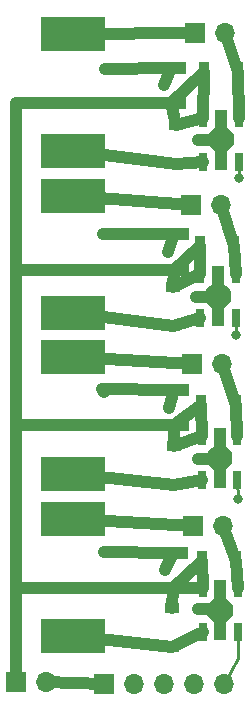
<source format=gbr>
%TF.GenerationSoftware,KiCad,Pcbnew,(5.1.6)-1*%
%TF.CreationDate,2020-08-18T19:37:20-07:00*%
%TF.ProjectId,RGBW Driver,52474257-2044-4726-9976-65722e6b6963,rev?*%
%TF.SameCoordinates,Original*%
%TF.FileFunction,Copper,L1,Top*%
%TF.FilePolarity,Positive*%
%FSLAX46Y46*%
G04 Gerber Fmt 4.6, Leading zero omitted, Abs format (unit mm)*
G04 Created by KiCad (PCBNEW (5.1.6)-1) date 2020-08-18 19:37:20*
%MOMM*%
%LPD*%
G01*
G04 APERTURE LIST*
%TA.AperFunction,EtchedComponent*%
%ADD10C,0.127000*%
%TD*%
%TA.AperFunction,SMDPad,CuDef*%
%ADD11R,2.500000X1.000000*%
%TD*%
%TA.AperFunction,SMDPad,CuDef*%
%ADD12R,1.200000X0.900000*%
%TD*%
%TA.AperFunction,ComponentPad*%
%ADD13O,1.700000X1.700000*%
%TD*%
%TA.AperFunction,ComponentPad*%
%ADD14R,1.700000X1.700000*%
%TD*%
%TA.AperFunction,SMDPad,CuDef*%
%ADD15R,5.400000X2.900000*%
%TD*%
%TA.AperFunction,SMDPad,CuDef*%
%ADD16R,0.900000X1.700000*%
%TD*%
%TA.AperFunction,SMDPad,CuDef*%
%ADD17R,0.700000X1.500000*%
%TD*%
%TA.AperFunction,SMDPad,CuDef*%
%ADD18R,1.000000X5.200000*%
%TD*%
%TA.AperFunction,ViaPad*%
%ADD19C,0.800000*%
%TD*%
%TA.AperFunction,Conductor*%
%ADD20C,1.000000*%
%TD*%
%TA.AperFunction,Conductor*%
%ADD21C,0.250000*%
%TD*%
G04 APERTURE END LIST*
D10*
%TO.C,U1*%
G36*
X89710000Y-31580000D02*
G01*
X89710000Y-32380000D01*
X90710000Y-33380000D01*
X91710000Y-32380000D01*
X91710000Y-31580000D01*
X90710000Y-30580000D01*
X89710000Y-31580000D01*
G37*
X89710000Y-31580000D02*
X89710000Y-32380000D01*
X90710000Y-33380000D01*
X91710000Y-32380000D01*
X91710000Y-31580000D01*
X90710000Y-30580000D01*
X89710000Y-31580000D01*
%TO.C,U2*%
G36*
X89480000Y-44820000D02*
G01*
X89480000Y-45620000D01*
X90480000Y-46620000D01*
X91480000Y-45620000D01*
X91480000Y-44820000D01*
X90480000Y-43820000D01*
X89480000Y-44820000D01*
G37*
X89480000Y-44820000D02*
X89480000Y-45620000D01*
X90480000Y-46620000D01*
X91480000Y-45620000D01*
X91480000Y-44820000D01*
X90480000Y-43820000D01*
X89480000Y-44820000D01*
%TO.C,U3*%
G36*
X89610000Y-58550000D02*
G01*
X89610000Y-59350000D01*
X90610000Y-60350000D01*
X91610000Y-59350000D01*
X91610000Y-58550000D01*
X90610000Y-57550000D01*
X89610000Y-58550000D01*
G37*
X89610000Y-58550000D02*
X89610000Y-59350000D01*
X90610000Y-60350000D01*
X91610000Y-59350000D01*
X91610000Y-58550000D01*
X90610000Y-57550000D01*
X89610000Y-58550000D01*
%TO.C,U4*%
G36*
X89660000Y-71430000D02*
G01*
X89660000Y-72230000D01*
X90660000Y-73230000D01*
X91660000Y-72230000D01*
X91660000Y-71430000D01*
X90660000Y-70430000D01*
X89660000Y-71430000D01*
G37*
X89660000Y-71430000D02*
X89660000Y-72230000D01*
X90660000Y-73230000D01*
X91660000Y-72230000D01*
X91660000Y-71430000D01*
X90660000Y-70430000D01*
X89660000Y-71430000D01*
%TD*%
D11*
%TO.P,C1,2*%
%TO.N,/Gnd*%
X86460000Y-25890000D03*
%TO.P,C1,1*%
%TO.N,/Vin*%
X86460000Y-28890000D03*
%TD*%
D12*
%TO.P,D1,2*%
%TO.N,/SW1*%
X86930000Y-34060000D03*
%TO.P,D1,1*%
%TO.N,/Vin*%
X86930000Y-30760000D03*
%TD*%
D13*
%TO.P,J5,2*%
%TO.N,/Gnd*%
X75910000Y-77920000D03*
D14*
%TO.P,J5,1*%
%TO.N,/Vin*%
X73370000Y-77920000D03*
%TD*%
D13*
%TO.P,J1,2*%
%TO.N,/LED1+*%
X91100000Y-22910000D03*
D14*
%TO.P,J1,1*%
%TO.N,/LED1-*%
X88560000Y-22910000D03*
%TD*%
D15*
%TO.P,L1,2*%
%TO.N,/SW1*%
X78160000Y-32960000D03*
%TO.P,L1,1*%
%TO.N,/LED1-*%
X78160000Y-23060000D03*
%TD*%
D16*
%TO.P,R1,2*%
%TO.N,/LED1+*%
X92200000Y-26260000D03*
%TO.P,R1,1*%
%TO.N,/Vin*%
X89300000Y-26260000D03*
%TD*%
D17*
%TO.P,U1,1*%
%TO.N,/SW1*%
X89210000Y-33830000D03*
%TO.P,U1,3*%
%TO.N,/Dim1*%
X92210000Y-33830000D03*
%TO.P,U1,5*%
%TO.N,/Vin*%
X89210000Y-30130000D03*
%TO.P,U1,4*%
%TO.N,/LED1+*%
X92210000Y-30130000D03*
D18*
%TO.P,U1,2*%
%TO.N,/Gnd*%
X90710000Y-31980000D03*
%TD*%
D11*
%TO.P,C2,2*%
%TO.N,/Gnd*%
X86720000Y-40000000D03*
%TO.P,C2,1*%
%TO.N,/Vin*%
X86720000Y-43000000D03*
%TD*%
%TO.P,C3,2*%
%TO.N,/Gnd*%
X86720000Y-53160000D03*
%TO.P,C3,1*%
%TO.N,/Vin*%
X86720000Y-56160000D03*
%TD*%
%TO.P,C4,1*%
%TO.N,/Vin*%
X86640000Y-69970000D03*
%TO.P,C4,2*%
%TO.N,/Gnd*%
X86640000Y-66970000D03*
%TD*%
D12*
%TO.P,D2,2*%
%TO.N,/SW2*%
X86640000Y-47740000D03*
%TO.P,D2,1*%
%TO.N,/Vin*%
X86640000Y-44440000D03*
%TD*%
%TO.P,D3,1*%
%TO.N,/Vin*%
X86720000Y-57950000D03*
%TO.P,D3,2*%
%TO.N,/SW3*%
X86720000Y-61250000D03*
%TD*%
%TO.P,D4,2*%
%TO.N,/SW4*%
X86570000Y-74930000D03*
%TO.P,D4,1*%
%TO.N,/Vin*%
X86570000Y-71630000D03*
%TD*%
D13*
%TO.P,J2,2*%
%TO.N,/LED2+*%
X90750000Y-37520000D03*
D14*
%TO.P,J2,1*%
%TO.N,/LED2-*%
X88210000Y-37520000D03*
%TD*%
D13*
%TO.P,J3,2*%
%TO.N,/LED3+*%
X90820000Y-50960000D03*
D14*
%TO.P,J3,1*%
%TO.N,/LED3-*%
X88280000Y-50960000D03*
%TD*%
%TO.P,J4,1*%
%TO.N,/LED4-*%
X88360000Y-64700000D03*
D13*
%TO.P,J4,2*%
%TO.N,/LED4+*%
X90900000Y-64700000D03*
%TD*%
%TO.P,J6,5*%
%TO.N,/Dim4*%
X90950000Y-78070000D03*
%TO.P,J6,4*%
%TO.N,/Dim3*%
X88410000Y-78070000D03*
%TO.P,J6,3*%
%TO.N,/Dim2*%
X85870000Y-78070000D03*
%TO.P,J6,2*%
%TO.N,/Dim1*%
X83330000Y-78070000D03*
D14*
%TO.P,J6,1*%
%TO.N,/Gnd*%
X80790000Y-78070000D03*
%TD*%
D15*
%TO.P,L2,1*%
%TO.N,/LED2-*%
X78170000Y-36740000D03*
%TO.P,L2,2*%
%TO.N,/SW2*%
X78170000Y-46640000D03*
%TD*%
%TO.P,L3,2*%
%TO.N,/SW3*%
X78170000Y-60310000D03*
%TO.P,L3,1*%
%TO.N,/LED3-*%
X78170000Y-50410000D03*
%TD*%
%TO.P,L4,2*%
%TO.N,/SW4*%
X78170000Y-73990000D03*
%TO.P,L4,1*%
%TO.N,/LED4-*%
X78170000Y-64090000D03*
%TD*%
D16*
%TO.P,R2,2*%
%TO.N,/LED2+*%
X91820000Y-40980000D03*
%TO.P,R2,1*%
%TO.N,/Vin*%
X88920000Y-40980000D03*
%TD*%
%TO.P,R3,1*%
%TO.N,/Vin*%
X89070000Y-54410000D03*
%TO.P,R3,2*%
%TO.N,/LED3+*%
X91970000Y-54410000D03*
%TD*%
%TO.P,R4,2*%
%TO.N,/LED4+*%
X91990000Y-67690000D03*
%TO.P,R4,1*%
%TO.N,/Vin*%
X89090000Y-67690000D03*
%TD*%
D17*
%TO.P,U2,1*%
%TO.N,/SW2*%
X88980000Y-47070000D03*
%TO.P,U2,3*%
%TO.N,/Dim2*%
X91980000Y-47070000D03*
%TO.P,U2,5*%
%TO.N,/Vin*%
X88980000Y-43370000D03*
%TO.P,U2,4*%
%TO.N,/LED2+*%
X91980000Y-43370000D03*
D18*
%TO.P,U2,2*%
%TO.N,/Gnd*%
X90480000Y-45220000D03*
%TD*%
D17*
%TO.P,U3,1*%
%TO.N,/SW3*%
X89110000Y-60800000D03*
%TO.P,U3,3*%
%TO.N,/Dim3*%
X92110000Y-60800000D03*
%TO.P,U3,5*%
%TO.N,/Vin*%
X89110000Y-57100000D03*
%TO.P,U3,4*%
%TO.N,/LED3+*%
X92110000Y-57100000D03*
D18*
%TO.P,U3,2*%
%TO.N,/Gnd*%
X90610000Y-58950000D03*
%TD*%
%TO.P,U4,2*%
%TO.N,/Gnd*%
X90660000Y-71830000D03*
D17*
%TO.P,U4,4*%
%TO.N,/LED4+*%
X92160000Y-69980000D03*
%TO.P,U4,5*%
%TO.N,/Vin*%
X89160000Y-69980000D03*
%TO.P,U4,3*%
%TO.N,/Dim4*%
X92160000Y-73680000D03*
%TO.P,U4,1*%
%TO.N,/SW4*%
X89160000Y-73680000D03*
%TD*%
D19*
%TO.N,/Gnd*%
X80890000Y-25970000D03*
X80841099Y-39978901D03*
X80823170Y-53343170D03*
X80804950Y-66925050D03*
X86010000Y-68400000D03*
X88740000Y-71750000D03*
X86350000Y-54670000D03*
X88760000Y-58990000D03*
X86250000Y-41470000D03*
X88600000Y-45320000D03*
X85880000Y-27360000D03*
X88790000Y-31990000D03*
%TO.N,/Dim3*%
X92160000Y-62380000D03*
%TO.N,/Dim2*%
X92010000Y-48560000D03*
%TO.N,/Dim1*%
X92270000Y-35260000D03*
%TD*%
D20*
%TO.N,/Gnd*%
X75910000Y-77920000D02*
X80790000Y-78070000D01*
X80890000Y-25970000D02*
X86460000Y-25890000D01*
X86720000Y-40000000D02*
X80700000Y-39990000D01*
X86720000Y-53160000D02*
X80680000Y-53090000D01*
X80700000Y-39990000D02*
X80841099Y-39978901D01*
X80680000Y-53090000D02*
X80823170Y-53343170D01*
X86640000Y-66970000D02*
X80804950Y-66925050D01*
X86640000Y-66970000D02*
X86010000Y-68400000D01*
X88740000Y-71750000D02*
X90660000Y-71830000D01*
X86720000Y-53160000D02*
X86350000Y-54670000D01*
X88760000Y-58990000D02*
X90610000Y-58950000D01*
X86720000Y-40000000D02*
X86250000Y-41470000D01*
X88600000Y-45320000D02*
X90480000Y-45220000D01*
X86460000Y-25890000D02*
X85880000Y-27360000D01*
X88790000Y-31990000D02*
X90710000Y-31980000D01*
%TO.N,/Vin*%
X89300000Y-26260000D02*
X89210000Y-30130000D01*
X86930000Y-30760000D02*
X89210000Y-30130000D01*
X86460000Y-28890000D02*
X86930000Y-30760000D01*
X73350000Y-28890000D02*
X86460000Y-28890000D01*
X86720000Y-43000000D02*
X73355753Y-42995753D01*
X73355753Y-42995753D02*
X73350000Y-28890000D01*
X86720000Y-56160000D02*
X73361119Y-56151119D01*
X73361119Y-56151119D02*
X73355753Y-42995753D01*
X86640000Y-69970000D02*
X73366757Y-69973243D01*
X73370000Y-77920000D02*
X73366757Y-69973243D01*
X73366757Y-69973243D02*
X73361119Y-56151119D01*
X89090000Y-67690000D02*
X89160000Y-69980000D01*
X86640000Y-69970000D02*
X89160000Y-69980000D01*
X86640000Y-69970000D02*
X86570000Y-71630000D01*
X86720000Y-56160000D02*
X86720000Y-57950000D01*
X89110000Y-57100000D02*
X86720000Y-57950000D01*
X89070000Y-54410000D02*
X89110000Y-57100000D01*
X89070000Y-54410000D02*
X86720000Y-56160000D01*
X89090000Y-67690000D02*
X86640000Y-69970000D01*
X88920000Y-40980000D02*
X86720000Y-43000000D01*
X86720000Y-43000000D02*
X86640000Y-44440000D01*
X86640000Y-44440000D02*
X88980000Y-43370000D01*
X88980000Y-43370000D02*
X88920000Y-40980000D01*
X86460000Y-28890000D02*
X89300000Y-26260000D01*
%TO.N,/SW1*%
X89210000Y-33830000D02*
X86930000Y-34060000D01*
X86930000Y-34060000D02*
X78160000Y-32960000D01*
%TO.N,/SW2*%
X78170000Y-46640000D02*
X86640000Y-47740000D01*
X86640000Y-47740000D02*
X88980000Y-47070000D01*
%TO.N,/SW3*%
X78170000Y-60310000D02*
X86720000Y-61250000D01*
X86720000Y-61250000D02*
X89110000Y-60800000D01*
%TO.N,/SW4*%
X78170000Y-73990000D02*
X86570000Y-74930000D01*
X86570000Y-74930000D02*
X89160000Y-73680000D01*
%TO.N,/LED1+*%
X91100000Y-22910000D02*
X92200000Y-26260000D01*
X92200000Y-26260000D02*
X92210000Y-30130000D01*
%TO.N,/LED1-*%
X78160000Y-23060000D02*
X88560000Y-22910000D01*
%TO.N,/LED2+*%
X90750000Y-37520000D02*
X91820000Y-40980000D01*
X91820000Y-40980000D02*
X91980000Y-43370000D01*
%TO.N,/LED2-*%
X78170000Y-36740000D02*
X88210000Y-37520000D01*
%TO.N,/LED3+*%
X90820000Y-50960000D02*
X91970000Y-54410000D01*
X91970000Y-54410000D02*
X92110000Y-57100000D01*
%TO.N,/LED3-*%
X78170000Y-50410000D02*
X88280000Y-50960000D01*
%TO.N,/LED4-*%
X78170000Y-64090000D02*
X88360000Y-64700000D01*
%TO.N,/LED4+*%
X90900000Y-64700000D02*
X91990000Y-67690000D01*
X91990000Y-67690000D02*
X92160000Y-69980000D01*
D21*
%TO.N,/Dim4*%
X90950000Y-78070000D02*
X92140000Y-75880000D01*
X92140000Y-75880000D02*
X92160000Y-73680000D01*
%TO.N,/Dim3*%
X92110000Y-60800000D02*
X92160000Y-62380000D01*
%TO.N,/Dim2*%
X91980000Y-47070000D02*
X92010000Y-48560000D01*
%TO.N,/Dim1*%
X92210000Y-33830000D02*
X92270000Y-35260000D01*
%TD*%
M02*

</source>
